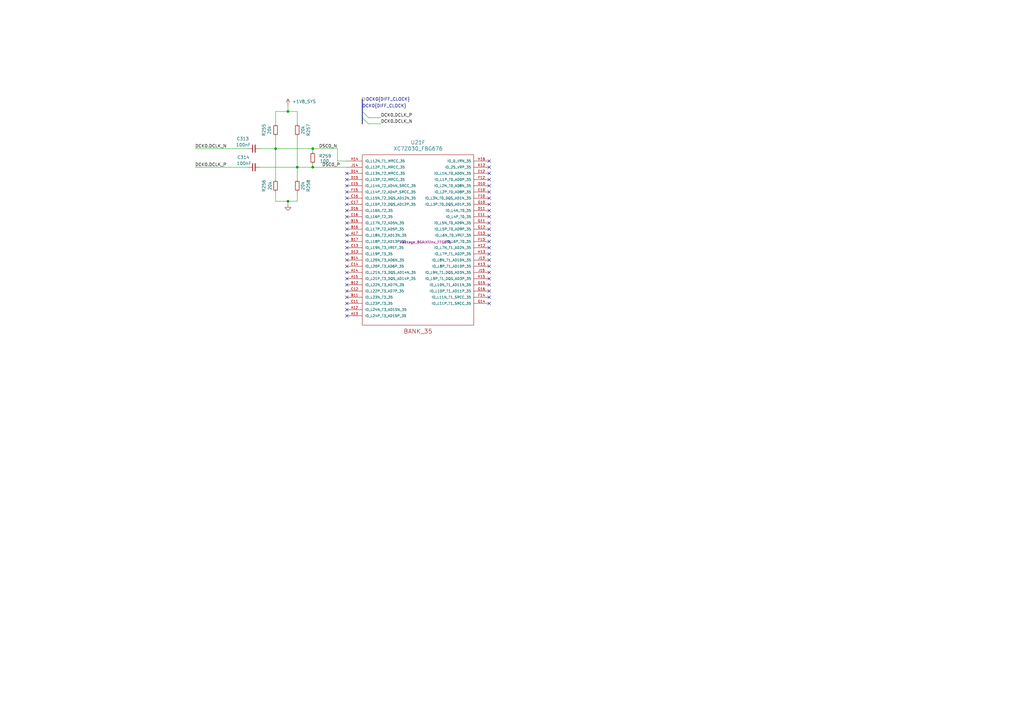
<source format=kicad_sch>
(kicad_sch (version 20250114) (generator "eeschema") (generator_version "9.0")
  (paper "A3")
  (title_block (title "NASR-M") (date "2025-09-26") (rev "D 0.9.4") (company "electrodyssey.net") (comment 1 "Clock Generator pair 0 to MRCC") (comment 2 "(c) Nazim 2025") (comment 3 "Author: Nazim Aghabayov") (comment 4 "SYZYGY Carrier Mainboard") (comment 5 "rel: Fletched Bustard"))
  (junction (at 121.92 68.58))
  (junction (at 118.11 82.55))
  (junction (at 118.11 45.72))
  (junction (at 113.03 60.96))
  (junction (at 128.27 68.58))
  (junction (at 128.27 60.96))
  (no_connect (at 200.66 96.52))
  (no_connect (at 200.66 78.74))
  (no_connect (at 200.66 66.04))
  (no_connect (at 200.66 68.58))
  (no_connect (at 200.66 111.76))
  (no_connect (at 142.24 76.2))
  (no_connect (at 200.66 81.28))
  (no_connect (at 200.66 104.14))
  (no_connect (at 142.24 73.66))
  (no_connect (at 142.24 86.36))
  (no_connect (at 142.24 96.52))
  (no_connect (at 142.24 124.46))
  (no_connect (at 142.24 111.76))
  (no_connect (at 142.24 106.68))
  (no_connect (at 200.66 101.6))
  (no_connect (at 142.24 121.92))
  (no_connect (at 200.66 86.36))
  (no_connect (at 200.66 119.38))
  (no_connect (at 200.66 73.66))
  (no_connect (at 142.24 78.74))
  (no_connect (at 200.66 124.46))
  (no_connect (at 142.24 88.9))
  (no_connect (at 142.24 83.82))
  (no_connect (at 142.24 114.3))
  (no_connect (at 142.24 81.28))
  (no_connect (at 142.24 71.12))
  (no_connect (at 200.66 114.3))
  (no_connect (at 200.66 88.9))
  (no_connect (at 142.24 93.98))
  (no_connect (at 142.24 119.38))
  (no_connect (at 200.66 93.98))
  (no_connect (at 200.66 91.44))
  (no_connect (at 200.66 109.22))
  (no_connect (at 142.24 129.54))
  (no_connect (at 200.66 121.92))
  (no_connect (at 200.66 71.12))
  (no_connect (at 142.24 99.06))
  (no_connect (at 200.66 76.2))
  (no_connect (at 200.66 116.84))
  (no_connect (at 200.66 99.06))
  (no_connect (at 200.66 83.82))
  (no_connect (at 142.24 104.14))
  (no_connect (at 142.24 91.44))
  (no_connect (at 142.24 101.6))
  (no_connect (at 200.66 106.68))
  (no_connect (at 142.24 109.22))
  (no_connect (at 142.24 127))
  (no_connect (at 142.24 116.84))
  (bus_entry (at 148.59 45.72) (size 2.54 2.54))
  (bus_entry (at 148.59 48.26) (size 2.54 2.54))
  (wire (pts (xy 121.92 45.72) (xy 118.11 45.72)))
  (wire (pts (xy 128.27 68.58) (xy 142.24 68.58)))
  (wire (pts (xy 118.11 43.18) (xy 118.11 45.72)))
  (wire (pts (xy 121.92 50.8) (xy 121.92 45.72)))
  (wire (pts (xy 113.03 60.96) (xy 113.03 73.66)))
  (wire (pts (xy 121.92 68.58) (xy 121.92 73.66)))
  (wire (pts (xy 128.27 67.31) (xy 128.27 68.58)))
  (wire (pts (xy 113.03 60.96) (xy 128.27 60.96)))
  (wire (pts (xy 106.68 60.96) (xy 113.03 60.96)))
  (wire (pts (xy 113.03 82.55) (xy 113.03 78.74)))
  (wire (pts (xy 151.13 50.8) (xy 156.21 50.8)))
  (wire (pts (xy 113.03 50.8) (xy 113.03 45.72)))
  (wire (pts (xy 113.03 55.88) (xy 113.03 60.96)))
  (wire (pts (xy 128.27 60.96) (xy 128.27 62.23)))
  (wire (pts (xy 151.13 48.26) (xy 156.21 48.26)))
  (bus (pts (xy 148.59 40.64) (xy 148.59 45.72)))
  (bus (pts (xy 148.59 45.72) (xy 148.59 48.26)))
  (wire (pts (xy 121.92 82.55) (xy 118.11 82.55)))
  (wire (pts (xy 113.03 45.72) (xy 118.11 45.72)))
  (wire (pts (xy 142.24 66.04) (xy 138.43 66.04)))
  (wire (pts (xy 118.11 82.55) (xy 113.03 82.55)))
  (wire (pts (xy 80.01 68.58) (xy 101.6 68.58)))
  (wire (pts (xy 106.68 68.58) (xy 121.92 68.58)))
  (wire (pts (xy 121.92 68.58) (xy 128.27 68.58)))
  (wire (pts (xy 80.01 60.96) (xy 101.6 60.96)))
  (wire (pts (xy 121.92 55.88) (xy 121.92 68.58)))
  (wire (pts (xy 138.43 66.04) (xy 138.43 60.96)))
  (wire (pts (xy 128.27 60.96) (xy 138.43 60.96)))
  (wire (pts (xy 121.92 78.74) (xy 121.92 82.55)))
  (wire (pts (xy 118.11 82.55) (xy 118.11 83.82)))
  (bus (pts (xy 148.59 48.26) (xy 148.59 50.8)))
  (label "DCK0.DCLK_P" (at 156.21 48.26 0))
  (label "DCK0.DCLK_P" (at 80.01 68.58 0))
  (label "DCK0.DCLK_N" (at 80.01 60.96 0))
  (label "DSC0_N" (at 130.81 60.96 0))
  (label "DCK0.DCLK_N" (at 156.21 50.8 0))
  (label "DSC0_P" (at 132.08 68.58 0))
  (label "DCK0{DIFF_CLOCK}" (at 148.59 44.45 0))
  (hierarchical_label "DCK0{DIFF_CLOCK}" (shape output) (at 148.59 40.64 0))
  (symbol (lib_id "Device:R_Small") (at 128.27 64.77 180) (unit 1)
    (property "Reference" "R259" (at 133.35 64.008 0))
    (property "Value" "100" (at 133.096 66.04 0))
    (property "Footprint" "Resistor_SMD:R_0201_0603Metric" (effects (hide yes)))
    (property "JLCPCB Part #" "C180289" (effects (hide yes)))
    (property "Part" "WR02X1000FAL" (effects (hide yes)))
  )
  (symbol (lib_id "Device:C_Small") (at 104.14 68.58 90) (unit 1)
    (property "Reference" "C314" (at 99.822 64.516 90))
    (property "Value" "100nF" (at 100.076 67.056 90))
    (property "Footprint" "Capacitor_SMD:C_0402_1005Metric" (effects (hide yes)))
    (property "JLCPCB Part #" "C541465" (effects (hide yes)))
    (property "Part" "CC0402JRX7R8BB104" (effects (hide yes)))
  )
  (symbol (lib_id "power:GND") (at 118.11 83.82 0) (unit 1)
    (property "Reference" "#PWR0373" (effects (hide yes)))
    (property "Value" "GND" (effects (hide yes)))
  )
  (symbol (lib_id "GPWR1V8SYS:+1V8SYS") (at 118.11 43.18 0) (unit 1)
    (property "Reference" "#PWR1V8SYS023" (effects (hide yes)))
    (property "Value" "+1V8_SYS" (at 124.714 41.656 0))
  )
  (symbol (lib_id "Device:R_Small") (at 121.92 53.34 180) (unit 1)
    (property "Reference" "R257" (at 126.492 53.34 90))
    (property "Value" "20k" (at 124.206 53.34 90))
    (property "Footprint" "Resistor_SMD:R_0402_1005Metric" (effects (hide yes)))
    (property "Description" "-55℃~+155℃ 20kΩ 50V 62.5mW Thin Film Resistor ±0.5% ±50ppm/℃ 0402 Chip Resistor - Surface Mount ROHS" (effects (hide yes)))
    (property "JLCPCB Part #" "C705678" (effects (hide yes)))
    (property "Part" "RT0402DRE0720KL" (effects (hide yes)))
  )
  (symbol (lib_id "Device:R_Small") (at 121.92 76.2 180) (unit 1)
    (property "Reference" "R258" (at 126.492 76.2 90))
    (property "Value" "20k" (at 124.206 76.2 90))
    (property "Footprint" "Resistor_SMD:R_0402_1005Metric" (effects (hide yes)))
    (property "Description" "-55℃~+155℃ 20kΩ 50V 62.5mW Thin Film Resistor ±0.5% ±50ppm/℃ 0402 Chip Resistor - Surface Mount ROHS" (effects (hide yes)))
    (property "JLCPCB Part #" "C705678" (effects (hide yes)))
    (property "Part" "RT0402DRE0720KL" (effects (hide yes)))
  )
  (symbol (lib_id "XC7Z030_FBG676:XC7Z030_FBG676") (at 171.45 99.06 0) (unit 6)
    (property "Reference" "U21" (at 171.45 58.42 0) (effects (font (size 1.524 1.524))))
    (property "Value" "XC7Z030_FBG676" (at 171.45 60.96 0) (effects (font (size 1.524 1.524))))
    (property "Footprint" "Package_BGA:Xilinx_FFG676" (at 174.498 99.314 0) (effects (font (size 1.016 1.016))))
    (property "JLCPCB Part #" "C966962" (effects (hide yes)))
  )
  (symbol (lib_id "Device:R_Small") (at 113.03 53.34 180) (unit 1)
    (property "Reference" "R255" (at 108.204 53.34 90))
    (property "Value" "20k" (at 110.49 53.34 90))
    (property "Footprint" "Resistor_SMD:R_0402_1005Metric" (effects (hide yes)))
    (property "Description" "-55℃~+155℃ 20kΩ 50V 62.5mW Thin Film Resistor ±0.5% ±50ppm/℃ 0402 Chip Resistor - Surface Mount ROHS" (effects (hide yes)))
    (property "JLCPCB Part #" "C705678" (effects (hide yes)))
    (property "Part" "RT0402DRE0720KL" (effects (hide yes)))
  )
  (symbol (lib_id "Device:R_Small") (at 113.03 76.2 180) (unit 1)
    (property "Reference" "R256" (at 108.204 76.2 90))
    (property "Value" "20k" (at 110.744 76.2 90))
    (property "Footprint" "Resistor_SMD:R_0402_1005Metric" (effects (hide yes)))
    (property "Description" "-55℃~+155℃ 20kΩ 50V 62.5mW Thin Film Resistor ±0.5% ±50ppm/℃ 0402 Chip Resistor - Surface Mount ROHS" (effects (hide yes)))
    (property "JLCPCB Part #" "C705678" (effects (hide yes)))
    (property "Part" "RT0402DRE0720KL" (effects (hide yes)))
  )
  (symbol (lib_id "Device:C_Small") (at 104.14 60.96 90) (unit 1)
    (property "Reference" "C313" (at 99.568 56.896 90))
    (property "Value" "100nF" (at 99.822 59.436 90))
    (property "Footprint" "Capacitor_SMD:C_0402_1005Metric" (effects (hide yes)))
    (property "JLCPCB Part #" "C541465" (effects (hide yes)))
    (property "Part" "CC0402JRX7R8BB104" (effects (hide yes)))
  )
)
</source>
